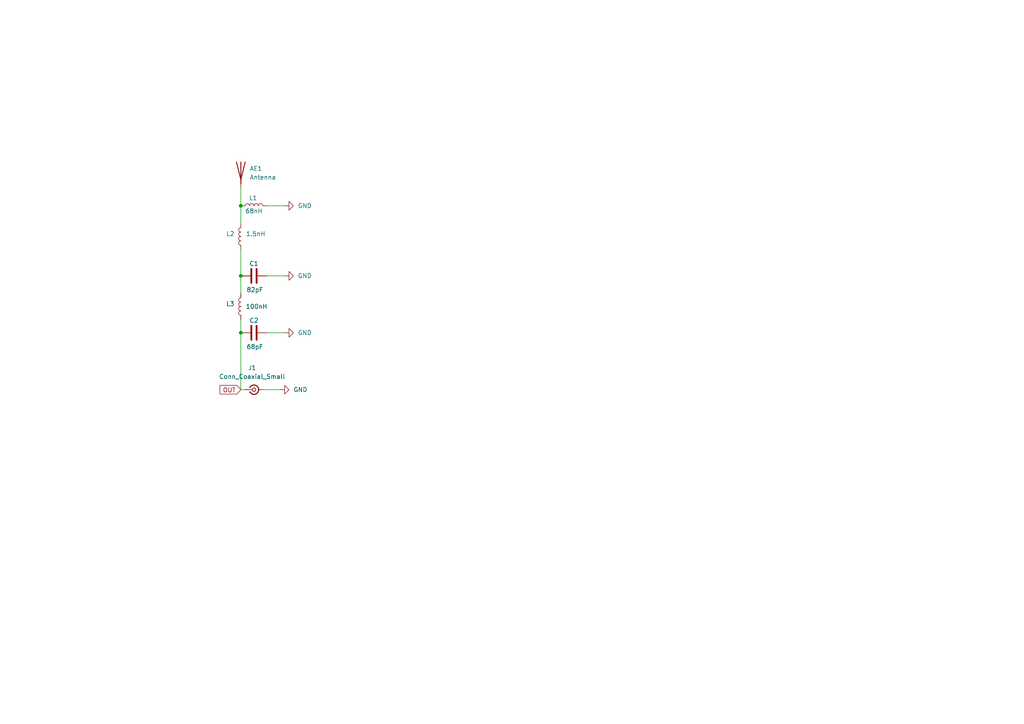
<source format=kicad_sch>
(kicad_sch (version 20231120) (generator "eeschema") (generator_version "8.0")
  (paper "A4")
  (lib_symbols
    (symbol "Connector:Conn_Coaxial_Small" (pin_numbers hide) (pin_names (offset 1.016) hide)
      (property "Reference" "J" (at 0.254 3.048 0))
      (property "Value" "Conn_Coaxial_Small" (at 0 -3.81 0))
      (symbol "Conn_Coaxial_Small_0_1"
        (polyline (pts (xy -2.54 0) (xy -0.508 0)))
        (circle (center 0 0) (radius 0.508) (stroke (width 0.2032)))
      )
      (symbol "Conn_Coaxial_Small_1_1"
        (arc (start -1.1916 -0.6311) (mid 0.327 -1.3081) (end 1.3484 0.0039) (stroke (width 0.3048)))
        (arc (start 1.3484 -0.0039) (mid 0.327 1.3081) (end -1.1916 0.6311) (stroke (width 0.3048)))
        (pin passive line (at -2.54 0 0) (length 1.27) (name "In") (number "1"))
        (pin passive line (at 2.54 0 180) (length 1.27) (name "Ext") (number "2"))
      )
    )
    (symbol "Device:Antenna" (pin_numbers hide) (pin_names (offset 1.016) hide)
      (property "Reference" "AE" (at -1.905 1.905 0))
      (property "Value" "Antenna" (at -1.905 0 0))
      (symbol "Antenna_0_1"
        (polyline (pts (xy 0 2.54) (xy 0 -3.81)) (stroke (width 0.254)))
        (polyline (pts (xy 1.27 2.54) (xy 0 -2.54) (xy -1.27 2.54)) (stroke (width 0.254)))
      )
      (symbol "Antenna_1_1"
        (pin input line (at 0 -5.08 90) (length 2.54) (name "A") (number "1"))
      )
    )
    (symbol "Device:C" (pin_numbers hide) (pin_names (offset 0.254))
      (property "Reference" "C" (at 0.635 2.54 0))
      (property "Value" "C" (at 0.635 -2.54 0))
      (symbol "C_0_1"
        (polyline (pts (xy -2.032 -0.762) (xy 2.032 -0.762)) (stroke (width 0.508)))
        (polyline (pts (xy -2.032 0.762) (xy 2.032 0.762)) (stroke (width 0.508)))
      )
      (symbol "C_1_1"
        (pin passive line (at 0 3.81 270) (length 2.794) (name "~") (number "1"))
        (pin passive line (at 0 -3.81 90) (length 2.794) (name "~") (number "2"))
      )
    )
    (symbol "Device:L" (pin_numbers hide) (pin_names (offset 1.016) hide)
      (property "Reference" "L" (at -1.27 0 90))
      (property "Value" "L" (at 1.905 0 90))
      (symbol "L_0_1"
        (arc (start 0 -2.54) (mid 0.6323 -1.905) (end 0 -1.27))
        (arc (start 0 -1.27) (mid 0.6323 -0.635) (end 0 0))
        (arc (start 0 0) (mid 0.6323 0.635) (end 0 1.27))
        (arc (start 0 1.27) (mid 0.6323 1.905) (end 0 2.54))
      )
      (symbol "L_1_1"
        (pin passive line (at 0 3.81 270) (length 1.27) (name "1") (number "1"))
        (pin passive line (at 0 -3.81 90) (length 1.27) (name "2") (number "2"))
      )
    )
    (symbol "power:GND" (power) (pin_numbers hide) (pin_names (offset 0) hide)
      (property "Value" "GND" (at 0 -3.81 0))
      (symbol "GND_0_1"
        (polyline (pts (xy 0 0) (xy 0 -1.27) (xy 1.27 -1.27) (xy 0 -2.54) (xy -1.27 -1.27) (xy 0 -1.27)))
      )
      (symbol "GND_1_1"
        (pin power_in line (at 0 0 270) (length 0) (name "~") (number "1"))
      )
    )
  )
  (junction (at 69.85 59.69))
  (junction (at 69.85 80.01))
  (junction (at 69.85 96.52))
  (wire (pts (xy 69.85 54.61) (xy 69.85 59.69)))
  (wire (pts (xy 71.12 113.03) (xy 69.85 113.03)))
  (wire (pts (xy 69.85 80.01) (xy 69.85 85.09)))
  (wire (pts (xy 77.47 59.69) (xy 82.55 59.69)))
  (wire (pts (xy 69.85 72.39) (xy 69.85 80.01)))
  (wire (pts (xy 76.2 113.03) (xy 81.28 113.03)))
  (wire (pts (xy 77.47 96.52) (xy 82.55 96.52)))
  (wire (pts (xy 69.85 92.71) (xy 69.85 96.52)))
  (wire (pts (xy 77.47 80.01) (xy 82.55 80.01)))
  (wire (pts (xy 69.85 113.03) (xy 69.85 96.52)))
  (wire (pts (xy 69.85 59.69) (xy 69.85 64.77)))
  (global_label "OUT" (shape input) (at 69.85 113.03 180) (property "Intersheetrefs" "${INTERSHEET_REFS}" (effects (hide yes))))
  (symbol (lib_id "Device:L") (at 73.66 59.69 90) (unit 1)
    (property "Reference" "L1" (at 73.406 57.404 90))
    (property "Value" "68nH" (at 73.66 61.214 90))
    (property "Footprint" "Inductor_SMD:L_0603_1608Metric" (effects (hide yes)))
    (property "Description" "Inductor" (effects (hide yes)))
  )
  (symbol (lib_id "power:GND") (at 82.55 96.52 90) (unit 1)
    (property "Reference" "#PWR03" (effects (hide yes)))
    (property "Value" "GND" (at 86.36 96.5199 90) (effects (justify right)))
    (property "Description" "Power symbol creates a global label with name \"GND\" , ground" (effects (hide yes)))
  )
  (symbol (lib_id "Connector:Conn_Coaxial_Small") (at 73.66 113.03 0) (unit 1)
    (property "Reference" "J1" (at 73.1404 106.68 0))
    (property "Value" "Conn_Coaxial_Small" (at 73.1404 109.22 0))
    (property "Footprint" "Connector_Coaxial:SMA_Molex_73251-2120_EdgeMount_Horizontal" (effects (hide yes)))
    (property "Description" "small coaxial connector (BNC, SMA, SMB, SMC, Cinch/RCA, LEMO, ...)" (effects (hide yes)))
  )
  (symbol (lib_id "Device:L") (at 69.85 68.58 180) (unit 1)
    (property "Reference" "L2" (at 66.802 67.818 0))
    (property "Value" "1.5nH" (at 74.168 67.818 0))
    (property "Footprint" "Inductor_SMD:L_0603_1608Metric" (effects (hide yes)))
    (property "Description" "Inductor" (effects (hide yes)))
  )
  (symbol (lib_id "Device:Antenna") (at 69.85 49.53 0) (unit 1)
    (property "Reference" "AE1" (at 72.39 48.8949 0) (effects (justify left)))
    (property "Value" "Antenna" (at 72.39 51.4349 0) (effects (justify left)))
    (property "Description" "Antenna" (effects (hide yes)))
  )
  (symbol (lib_id "Device:L") (at 69.85 88.9 180) (unit 1)
    (property "Reference" "L3" (at 66.802 88.138 0))
    (property "Value" "100nH" (at 74.422 88.9 0))
    (property "Footprint" "Inductor_SMD:L_0603_1608Metric" (effects (hide yes)))
    (property "Description" "Inductor" (effects (hide yes)))
  )
  (symbol (lib_id "Device:C") (at 73.66 80.01 90) (unit 1)
    (property "Reference" "C1" (at 73.66 76.454 90))
    (property "Value" "82pF" (at 73.914 84.074 90))
    (property "Footprint" "Capacitor_SMD:C_0603_1608Metric" (effects (hide yes)))
    (property "Description" "Unpolarized capacitor" (effects (hide yes)))
  )
  (symbol (lib_id "power:GND") (at 82.55 59.69 90) (unit 1)
    (property "Reference" "#PWR01" (effects (hide yes)))
    (property "Value" "GND" (at 86.36 59.6899 90) (effects (justify right)))
    (property "Description" "Power symbol creates a global label with name \"GND\" , ground" (effects (hide yes)))
  )
  (symbol (lib_id "Device:C") (at 73.66 96.52 90) (unit 1)
    (property "Reference" "C2" (at 73.66 92.964 90))
    (property "Value" "68pF" (at 73.914 100.584 90))
    (property "Footprint" "Capacitor_SMD:C_0603_1608Metric" (effects (hide yes)))
    (property "Description" "Unpolarized capacitor" (effects (hide yes)))
  )
  (symbol (lib_id "power:GND") (at 82.55 80.01 90) (unit 1)
    (property "Reference" "#PWR02" (effects (hide yes)))
    (property "Value" "GND" (at 86.36 80.0099 90) (effects (justify right)))
    (property "Description" "Power symbol creates a global label with name \"GND\" , ground" (effects (hide yes)))
  )
  (symbol (lib_id "power:GND") (at 81.28 113.03 90) (unit 1)
    (property "Reference" "#PWR04" (effects (hide yes)))
    (property "Value" "GND" (at 85.09 113.0299 90) (effects (justify right)))
    (property "Description" "Power symbol creates a global label with name \"GND\" , ground" (effects (hide yes)))
  )
)
</source>
